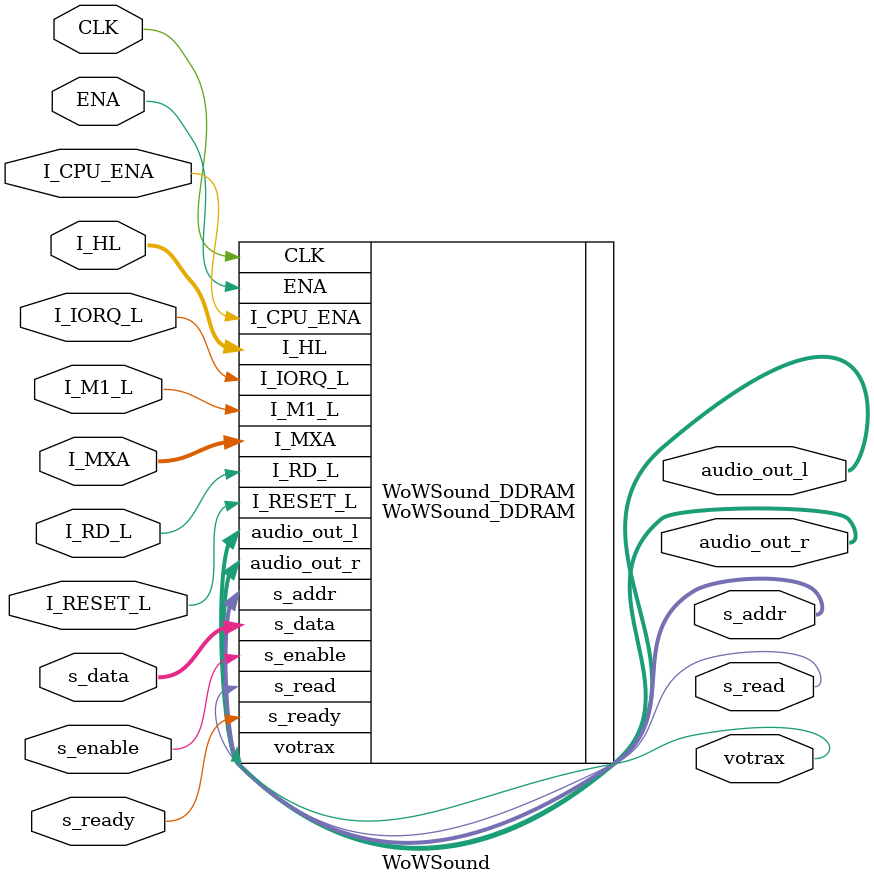
<source format=sv>

module WoWSound
(
	input   [15:0] 	I_MXA,

	input           s_enable,
	output  [23:0] 	s_addr,
	input   [15:0] 	s_data,
	output			s_read,
	input           s_ready,

	output  [15:0] 	audio_out_l,
	output  [15:0] 	audio_out_r,
	output         	votrax,

	input           I_RESET_L,
	input           I_M1_L,
	input           I_RD_L,
	input           I_IORQ_L,
	input   [15:0]  I_HL,

	input           I_CPU_ENA,
	input           ENA,
	input           CLK
);


`ifdef MISTER_FB

	// If frame buffer is being used, then samples are in SDRAM

	WoWSound_SDRAM WoWSound_SDRAM
	(
		.I_MXA(I_MXA),

		.s_enable(s_enable),
		.s_addr(s_addr),
		.s_data(s_data),
		.s_read(s_read),

		.audio_out_l(audio_out_l),
		.audio_out_r(audio_out_r),
		.votrax(votrax),

		.I_RESET_L(I_RESET_L),
		.I_M1_L(I_M1_L),
		.I_RD_L(I_RD_L),
		.I_IORQ_L(I_IORQ_L),
		.I_HL(I_HL),

		.I_CPU_ENA(I_CPU_ENA),
		.ENA(ENA),
		.CLK(CLK)
	);

`else

	// frame buffer not used, then samples are in DDRAM

	WoWSound_DDRAM WoWSound_DDRAM
	(
		.I_MXA(I_MXA),

		.s_enable(s_enable),
		.s_addr(s_addr),
		.s_data(s_data),
		.s_read(s_read),
		.s_ready(s_ready),

		.audio_out_l(audio_out_l),
		.audio_out_r(audio_out_r),
		.votrax(votrax),

		.I_RESET_L(I_RESET_L),
		.I_M1_L(I_M1_L),
		.I_RD_L(I_RD_L),
		.I_IORQ_L(I_IORQ_L),
		.I_HL(I_HL),

		.I_CPU_ENA(I_CPU_ENA),
		.ENA(ENA),
		.CLK(CLK)
	);

`endif

endmodule

</source>
